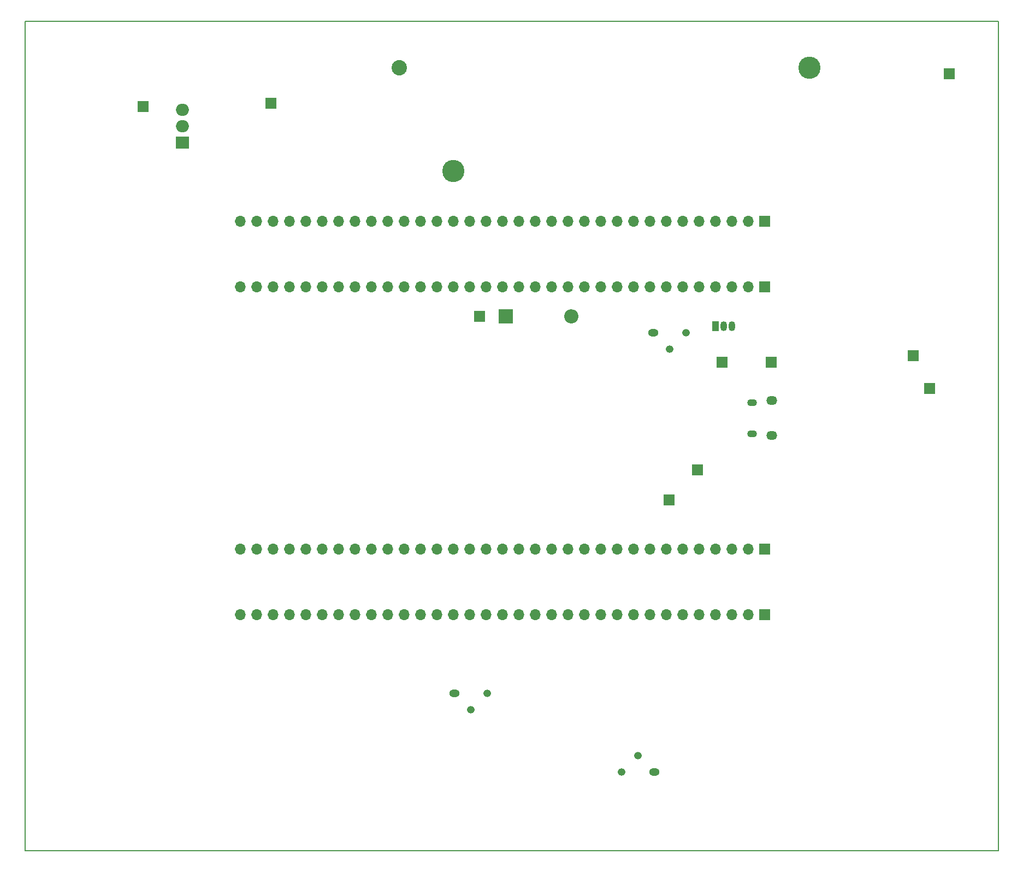
<source format=gbr>
%TF.GenerationSoftware,KiCad,Pcbnew,(6.0.2)*%
%TF.CreationDate,2022-03-20T20:15:49+02:00*%
%TF.ProjectId,main,6d61696e-2e6b-4696-9361-645f70636258,rev?*%
%TF.SameCoordinates,Original*%
%TF.FileFunction,Soldermask,Bot*%
%TF.FilePolarity,Negative*%
%FSLAX46Y46*%
G04 Gerber Fmt 4.6, Leading zero omitted, Abs format (unit mm)*
G04 Created by KiCad (PCBNEW (6.0.2)) date 2022-03-20 20:15:49*
%MOMM*%
%LPD*%
G01*
G04 APERTURE LIST*
%TA.AperFunction,Profile*%
%ADD10C,0.200000*%
%TD*%
%ADD11R,1.700000X1.700000*%
%ADD12O,1.050000X1.500000*%
%ADD13R,1.050000X1.500000*%
%ADD14O,1.700000X1.700000*%
%ADD15R,2.000000X1.905000*%
%ADD16O,2.000000X1.905000*%
%ADD17C,2.390000*%
%ADD18C,3.450000*%
%ADD19O,1.700000X1.350000*%
%ADD20O,1.500000X1.100000*%
%ADD21O,1.200000X1.200000*%
%ADD22O,1.600000X1.200000*%
%ADD23R,2.200000X2.200000*%
%ADD24O,2.200000X2.200000*%
G04 APERTURE END LIST*
D10*
X210820000Y-15748000D02*
X59944000Y-15748000D01*
X59944000Y-15748000D02*
X59944000Y-144272000D01*
X59944000Y-144272000D02*
X210820000Y-144272000D01*
X210820000Y-144272000D02*
X210820000Y-15748000D01*
D11*
%TO.C,TP10*%
X203200000Y-23876000D03*
%TD*%
%TO.C,TP3*%
X78216000Y-28956000D03*
%TD*%
%TO.C,TP2*%
X130372000Y-61472000D03*
%TD*%
%TO.C,TP1*%
X98028000Y-28448000D03*
%TD*%
D12*
%TO.C,U4*%
X169488000Y-62996000D03*
X168218000Y-62996000D03*
D13*
X166948000Y-62996000D03*
%TD*%
D11*
%TO.C,TP4*%
X167964000Y-68584000D03*
%TD*%
%TO.C,J2*%
X174568000Y-56925000D03*
D14*
X172028000Y-56925000D03*
X169488000Y-56925000D03*
X166948000Y-56925000D03*
X164408000Y-56925000D03*
X161868000Y-56925000D03*
X159328000Y-56925000D03*
X156788000Y-56925000D03*
X154248000Y-56925000D03*
X151708000Y-56925000D03*
X149168000Y-56925000D03*
X146628000Y-56925000D03*
X144088000Y-56925000D03*
X141548000Y-56925000D03*
X139008000Y-56925000D03*
X136468000Y-56925000D03*
X133928000Y-56925000D03*
X131388000Y-56925000D03*
X128848000Y-56925000D03*
X126308000Y-56925000D03*
X123768000Y-56925000D03*
X121228000Y-56925000D03*
X118688000Y-56925000D03*
X116148000Y-56925000D03*
X113608000Y-56925000D03*
X111068000Y-56925000D03*
X108528000Y-56925000D03*
X105988000Y-56925000D03*
X103448000Y-56925000D03*
X100908000Y-56925000D03*
X98368000Y-56925000D03*
X95828000Y-56925000D03*
X93288000Y-56925000D03*
%TD*%
D15*
%TO.C,Q1*%
X84312000Y-34544000D03*
D16*
X84312000Y-32004000D03*
X84312000Y-29464000D03*
%TD*%
D17*
%TO.C,BT1*%
X117994000Y-22988000D03*
D18*
X126324000Y-38988000D03*
X181524000Y-22988000D03*
%TD*%
D19*
%TO.C,J5*%
X175683000Y-74515000D03*
D20*
X172683000Y-74825000D03*
D19*
X175683000Y-79975000D03*
D20*
X172683000Y-79665000D03*
%TD*%
D11*
%TO.C,TP9*%
X200152000Y-72644000D03*
%TD*%
%TO.C,J1*%
X174568000Y-46740000D03*
D14*
X172028000Y-46740000D03*
X169488000Y-46740000D03*
X166948000Y-46740000D03*
X164408000Y-46740000D03*
X161868000Y-46740000D03*
X159328000Y-46740000D03*
X156788000Y-46740000D03*
X154248000Y-46740000D03*
X151708000Y-46740000D03*
X149168000Y-46740000D03*
X146628000Y-46740000D03*
X144088000Y-46740000D03*
X141548000Y-46740000D03*
X139008000Y-46740000D03*
X136468000Y-46740000D03*
X133928000Y-46740000D03*
X131388000Y-46740000D03*
X128848000Y-46740000D03*
X126308000Y-46740000D03*
X123768000Y-46740000D03*
X121228000Y-46740000D03*
X118688000Y-46740000D03*
X116148000Y-46740000D03*
X113608000Y-46740000D03*
X111068000Y-46740000D03*
X108528000Y-46740000D03*
X105988000Y-46740000D03*
X103448000Y-46740000D03*
X100908000Y-46740000D03*
X98368000Y-46740000D03*
X95828000Y-46740000D03*
X93288000Y-46740000D03*
%TD*%
D21*
%TO.C,Q5*%
X152400000Y-132080000D03*
X154940000Y-129540000D03*
D22*
X157480000Y-132080000D03*
%TD*%
D21*
%TO.C,Q6*%
X131572000Y-119888000D03*
X129032000Y-122428000D03*
D22*
X126492000Y-119888000D03*
%TD*%
D11*
%TO.C,J4*%
X174568000Y-107700000D03*
D14*
X172028000Y-107700000D03*
X169488000Y-107700000D03*
X166948000Y-107700000D03*
X164408000Y-107700000D03*
X161868000Y-107700000D03*
X159328000Y-107700000D03*
X156788000Y-107700000D03*
X154248000Y-107700000D03*
X151708000Y-107700000D03*
X149168000Y-107700000D03*
X146628000Y-107700000D03*
X144088000Y-107700000D03*
X141548000Y-107700000D03*
X139008000Y-107700000D03*
X136468000Y-107700000D03*
X133928000Y-107700000D03*
X131388000Y-107700000D03*
X128848000Y-107700000D03*
X126308000Y-107700000D03*
X123768000Y-107700000D03*
X121228000Y-107700000D03*
X118688000Y-107700000D03*
X116148000Y-107700000D03*
X113608000Y-107700000D03*
X111068000Y-107700000D03*
X108528000Y-107700000D03*
X105988000Y-107700000D03*
X103448000Y-107700000D03*
X100908000Y-107700000D03*
X98368000Y-107700000D03*
X95828000Y-107700000D03*
X93288000Y-107700000D03*
%TD*%
D11*
%TO.C,TP8*%
X197612000Y-67564000D03*
%TD*%
%TO.C,TP6*%
X175584000Y-68584000D03*
%TD*%
%TO.C,J3*%
X174568000Y-97540000D03*
D14*
X172028000Y-97540000D03*
X169488000Y-97540000D03*
X166948000Y-97540000D03*
X164408000Y-97540000D03*
X161868000Y-97540000D03*
X159328000Y-97540000D03*
X156788000Y-97540000D03*
X154248000Y-97540000D03*
X151708000Y-97540000D03*
X149168000Y-97540000D03*
X146628000Y-97540000D03*
X144088000Y-97540000D03*
X141548000Y-97540000D03*
X139008000Y-97540000D03*
X136468000Y-97540000D03*
X133928000Y-97540000D03*
X131388000Y-97540000D03*
X128848000Y-97540000D03*
X126308000Y-97540000D03*
X123768000Y-97540000D03*
X121228000Y-97540000D03*
X118688000Y-97540000D03*
X116148000Y-97540000D03*
X113608000Y-97540000D03*
X111068000Y-97540000D03*
X108528000Y-97540000D03*
X105988000Y-97540000D03*
X103448000Y-97540000D03*
X100908000Y-97540000D03*
X98368000Y-97540000D03*
X95828000Y-97540000D03*
X93288000Y-97540000D03*
%TD*%
D22*
%TO.C,Q4*%
X157296000Y-64012000D03*
D21*
X159836000Y-66552000D03*
X162376000Y-64012000D03*
%TD*%
D11*
%TO.C,TP7*%
X159758000Y-89920000D03*
%TD*%
D23*
%TO.C,D7*%
X134436000Y-61472000D03*
D24*
X144596000Y-61472000D03*
%TD*%
D11*
%TO.C,TP11*%
X164158000Y-85270000D03*
%TD*%
M02*

</source>
